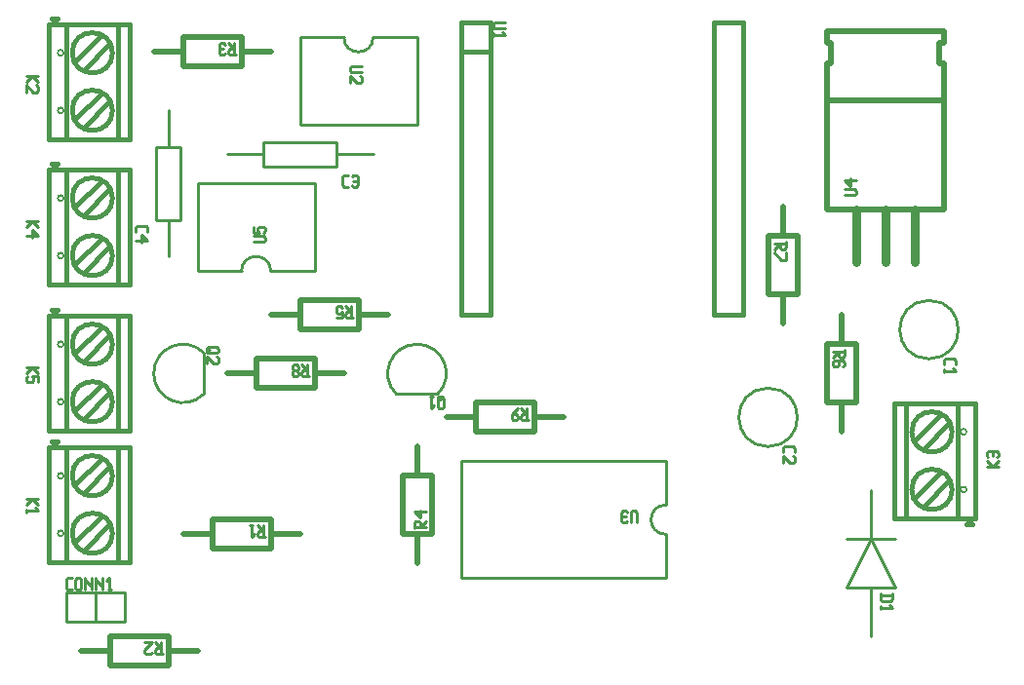
<source format=gbr>
G04 start of page 8 for group -4079 idx -4079 *
G04 Title: (unknown), topsilk *
G04 Creator: pcb 20091103 *
G04 CreationDate: Tue 03 Apr 2012 04:10:51 AM GMT UTC *
G04 For: ed *
G04 Format: Gerber/RS-274X *
G04 PCB-Dimensions: 600000 500000 *
G04 PCB-Coordinate-Origin: lower left *
%MOIN*%
%FSLAX25Y25*%
%LNFRONTSILK*%
%ADD11C,0.0200*%
%ADD25C,0.0300*%
%ADD26C,0.0150*%
%ADD36C,0.0100*%
%ADD37C,0.0050*%
G54D11*X140000Y324685D02*Y304685D01*
Y324685D02*X150000D01*
Y304685D01*
X140000D02*X150000D01*
X145000D02*Y294685D01*
Y334685D02*Y324685D01*
G54D26*X19252Y295157D02*Y334527D01*
X46811D02*Y295157D01*
X25157Y334527D02*Y295157D01*
X19252Y334527D02*X46811D01*
X19252Y295157D02*X46811D01*
X42874Y334527D02*Y295157D01*
X36968Y330590D02*X28110Y321732D01*
X39921Y327638D02*Y327637D01*
X31063Y318779D01*
X36968Y310905D02*X28110Y302047D01*
X39921Y307953D02*Y307952D01*
X31063Y299094D01*
X21220Y335512D02*X20236Y336496D01*
X22204D01*
X21220Y335512D01*
G54D37*X22205Y324685D02*G75*G03X22205Y324685I984J0D01*G01*
Y305000D02*G75*G03X22205Y305000I984J0D01*G01*
G54D26*X27125Y324685D02*G75*G03X27125Y324685I6890J0D01*G01*
Y305000D02*G75*G03X27125Y305000I6890J0D01*G01*
G54D36*X230000Y304685D02*Y289685D01*
Y329685D02*Y314685D01*
X160000Y289685D02*X230000D01*
X160000Y329685D02*Y289685D01*
Y329685D02*X230000D01*
Y314685D02*G75*G03X230000Y304685I0J-5000D01*G01*
G54D11*X75000Y299685D02*X95000D01*
X75000Y309685D02*Y299685D01*
Y309685D02*X95000D01*
Y299685D01*
Y304685D02*X105000D01*
X65000D02*X75000D01*
G54D26*X335748Y349528D02*Y310158D01*
X308189Y349528D02*Y310158D01*
X329843Y349528D02*Y310158D01*
X308189D02*X335748D01*
X308189Y349528D02*X335748D01*
X312126D02*Y310158D01*
X318032Y314095D02*X326890Y322953D01*
X315079Y317048D02*Y317047D01*
Y317048D02*X323937Y325906D01*
X318032Y333780D02*X326890Y342638D01*
X315079Y336733D02*Y336732D01*
Y336733D02*X323937Y345591D01*
X333780Y309173D02*X334764Y308189D01*
X332796D02*X334764D01*
X332796D02*X333780Y309173D01*
G54D37*X332795Y320000D02*G75*G03X332795Y320000I-984J0D01*G01*
Y339685D02*G75*G03X332795Y339685I-984J0D01*G01*
G54D26*X327875Y320000D02*G75*G03X327875Y320000I-6890J0D01*G01*
Y339685D02*G75*G03X327875Y339685I-6890J0D01*G01*
G54D36*X300000Y319685D02*Y303085D01*
Y286285D02*Y269685D01*
Y303085D02*X308300Y286285D01*
X291700D02*X308300D01*
X291700D02*X300000Y303085D01*
X291700D02*X308300D01*
G54D11*X40000Y259685D02*X60000D01*
X40000Y269685D02*Y259685D01*
Y269685D02*X60000D01*
Y259685D01*
Y264685D02*X70000D01*
X30000D02*X40000D01*
G54D26*X246600Y479685D02*Y379685D01*
X256600D01*
Y479685D01*
X246600D01*
X256600Y469685D02*Y479685D01*
X160000D02*Y379685D01*
X170000D01*
Y479685D01*
X160000D01*
Y469685D02*X170000D01*
Y479685D01*
G54D11*X275000Y406685D02*Y386685D01*
X265000D02*X275000D01*
X265000Y406685D02*Y386685D01*
Y406685D02*X275000D01*
X270000Y416685D02*Y406685D01*
Y386685D02*Y376685D01*
G54D25*X295000Y397685D02*Y415685D01*
X305000Y397685D02*Y415685D01*
X315000Y397685D02*Y415685D01*
G54D11*X285000D02*X325000D01*
Y453185D01*
X285000D01*
Y415685D01*
Y453185D02*X325000D01*
Y465685D01*
X323500D01*
Y472685D01*
X325000D01*
Y476685D01*
X285000D01*
Y472685D01*
X286500D01*
Y465685D01*
X285000D01*
Y453185D01*
G54D36*X320000Y384685D02*G75*G03X320000Y384685I0J-10000D01*G01*
G54D11*X105000Y374685D02*X125000D01*
X105000Y384685D02*Y374685D01*
Y384685D02*X125000D01*
Y374685D01*
Y379685D02*X135000D01*
X95000D02*X105000D01*
G54D36*X265000Y354685D02*G75*G03X265000Y354685I0J-10000D01*G01*
X138000Y352685D02*X152000D01*
X152071Y352614D02*G75*G03X137928Y352613I-7071J7071D01*G01*
G54D11*X295000Y369685D02*Y349685D01*
X285000D02*X295000D01*
X285000Y369685D02*Y349685D01*
Y369685D02*X295000D01*
X290000Y379685D02*Y369685D01*
Y349685D02*Y339685D01*
X90000Y354685D02*X110000D01*
X90000Y364685D02*Y354685D01*
Y364685D02*X110000D01*
Y354685D01*
Y359685D02*X120000D01*
X80000D02*X90000D01*
X165000Y339685D02*X185000D01*
X165000Y349685D02*Y339685D01*
Y349685D02*X185000D01*
Y339685D01*
Y344685D02*X195000D01*
X155000D02*X165000D01*
G54D36*X72000Y366685D02*Y352685D01*
X72071Y366757D02*G75*G03X72071Y352613I-7071J-7071D01*G01*
X60000Y449685D02*Y437185D01*
Y412185D02*Y399685D01*
X64100Y437185D02*Y412185D01*
X55900D02*X64100D01*
X55900Y437185D02*Y412185D01*
Y437185D02*X64100D01*
X70000Y394685D02*X85000D01*
X95000D02*X110000D01*
X70000Y424685D02*Y394685D01*
Y424685D02*X110000D01*
Y394685D01*
X95000D02*G75*G03X85000Y394685I-5000J0D01*G01*
G54D26*X19252Y340157D02*Y379527D01*
X46811D02*Y340157D01*
X25157Y379527D02*Y340157D01*
X19252Y379527D02*X46811D01*
X19252Y340157D02*X46811D01*
X42874Y379527D02*Y340157D01*
X36968Y375590D02*X28110Y366732D01*
X39921Y372638D02*Y372637D01*
X31063Y363779D01*
X36968Y355905D02*X28110Y347047D01*
X39921Y352953D02*Y352952D01*
X31063Y344094D01*
X21220Y380512D02*X20236Y381496D01*
X22204D01*
X21220Y380512D01*
G54D37*X22205Y369685D02*G75*G03X22205Y369685I984J0D01*G01*
Y350000D02*G75*G03X22205Y350000I984J0D01*G01*
G54D26*X27125Y369685D02*G75*G03X27125Y369685I6890J0D01*G01*
Y350000D02*G75*G03X27125Y350000I6890J0D01*G01*
X19252Y439842D02*Y479212D01*
X46811D02*Y439842D01*
X25157Y479212D02*Y439842D01*
X19252Y479212D02*X46811D01*
X19252Y439842D02*X46811D01*
X42874Y479212D02*Y439842D01*
X36968Y475275D02*X28110Y466417D01*
X39921Y472323D02*Y472322D01*
X31063Y463464D01*
X36968Y455590D02*X28110Y446732D01*
X39921Y452638D02*Y452637D01*
X31063Y443779D01*
X21220Y480197D02*X20236Y481181D01*
X22204D01*
X21220Y480197D01*
G54D37*X22205Y469370D02*G75*G03X22205Y469370I984J0D01*G01*
Y449685D02*G75*G03X22205Y449685I984J0D01*G01*
G54D26*X27125Y469370D02*G75*G03X27125Y469370I6890J0D01*G01*
Y449685D02*G75*G03X27125Y449685I6890J0D01*G01*
G54D36*X130000Y474685D02*X145000D01*
X105000D02*X120000D01*
X145000Y444685D02*Y474685D01*
X105000Y444685D02*X145000D01*
X105000Y474685D02*Y444685D01*
X120000Y474685D02*G75*G03X130000Y474685I5000J0D01*G01*
X80000Y434685D02*X92500D01*
X117500D02*X130000D01*
X92500Y438785D02*X117500D01*
Y430585D01*
X92500D01*
Y438785D01*
G54D11*X65000Y464685D02*X85000D01*
X65000Y474685D02*Y464685D01*
Y474685D02*X85000D01*
Y464685D01*
Y469685D02*X95000D01*
X55000D02*X65000D01*
G54D26*X19252Y390157D02*Y429527D01*
X46811D02*Y390157D01*
X25157Y429527D02*Y390157D01*
X19252Y429527D02*X46811D01*
X19252Y390157D02*X46811D01*
X42874Y429527D02*Y390157D01*
X36968Y425590D02*X28110Y416732D01*
X39921Y422638D02*Y422637D01*
X31063Y413779D01*
X36968Y405905D02*X28110Y397047D01*
X39921Y402953D02*Y402952D01*
X31063Y394094D01*
X21220Y430512D02*X20236Y431496D01*
X22204D01*
X21220Y430512D01*
G54D37*X22205Y419685D02*G75*G03X22205Y419685I984J0D01*G01*
Y400000D02*G75*G03X22205Y400000I984J0D01*G01*
G54D26*X27125Y419685D02*G75*G03X27125Y419685I6890J0D01*G01*
Y400000D02*G75*G03X27125Y400000I6890J0D01*G01*
G54D36*X25000Y274685D02*X45000D01*
Y284685D02*Y274685D01*
X25000Y284685D02*X45000D01*
X25000D02*Y274685D01*
X35000Y284685D02*Y274685D01*
X25000Y284685D02*X35000D01*
X144000Y308685D02*Y306685D01*
Y308685D02*X144500Y309185D01*
X145500D01*
X146000Y308685D02*X145500Y309185D01*
X146000Y308685D02*Y307185D01*
X144000D02*X148000D01*
X146000D02*X148000Y309185D01*
X146000Y310386D02*X144000Y312386D01*
X146000Y312886D02*Y310386D01*
X144000Y312386D02*X148000D01*
X220000Y312185D02*Y308685D01*
Y312185D02*X219500Y312685D01*
X218500D02*X219500D01*
X218500D02*X218000Y312185D01*
Y308685D01*
X216799Y309185D02*X216299Y308685D01*
X215299D02*X216299D01*
X215299D02*X214799Y309185D01*
Y312185D02*Y309185D01*
X215299Y312685D02*X214799Y312185D01*
X215299Y312685D02*X216299D01*
X216799Y312185D02*X216299Y312685D01*
X214799Y310685D02*X216299D01*
X154000Y351185D02*Y348185D01*
X153500Y347685D01*
X152500D02*X153500D01*
X152500D02*X152000Y348185D01*
Y351185D02*Y348185D01*
X152500Y351685D02*X152000Y351185D01*
X152500Y351685D02*X153500D01*
X154000Y351185D02*X153500Y351685D01*
X153000Y350685D02*X152000Y351685D01*
X149299D02*X150299D01*
X149799D02*Y347685D01*
X150799Y348685D02*X149799Y347685D01*
X181000Y343685D02*X183000D01*
X181000D02*X180500Y344185D01*
Y345185D02*Y344185D01*
X181000Y345685D02*X180500Y345185D01*
X181000Y345685D02*X182500D01*
Y347685D02*Y343685D01*
Y345685D02*X180500Y347685D01*
X179299D02*X177299Y345685D01*
Y344185D01*
X177799Y343685D02*X177299Y344185D01*
X177799Y343685D02*X178799D01*
X179299Y344185D02*X178799Y343685D01*
X179299Y345185D02*Y344185D01*
Y345185D02*X178799Y345685D01*
X177299D02*X178799D01*
X121000Y378685D02*X123000D01*
X121000D02*X120500Y379185D01*
Y380185D02*Y379185D01*
X121000Y380685D02*X120500Y380185D01*
X121000Y380685D02*X122500D01*
Y382685D02*Y378685D01*
Y380685D02*X120500Y382685D01*
X117299Y378685D02*X119299D01*
Y380685D02*Y378685D01*
Y380685D02*X118799Y380185D01*
X117799D02*X118799D01*
X117799D02*X117299Y380685D01*
Y382185D02*Y380685D01*
X117799Y382685D02*X117299Y382185D01*
X117799Y382685D02*X118799D01*
X119299Y382185D02*X118799Y382685D01*
X122500Y464685D02*X126000D01*
X122500D02*X122000Y464185D01*
Y463185D01*
X122500Y462685D01*
X126000D01*
X125500Y461484D02*X126000Y460984D01*
Y459484D01*
X125500Y458984D01*
X124500D02*X125500D01*
X122000Y461484D02*X124500Y458984D01*
X122000Y461484D02*Y458984D01*
X120000Y423585D02*X121500D01*
X119500Y424085D02*X120000Y423585D01*
X119500Y427085D02*Y424085D01*
Y427085D02*X120000Y427585D01*
X121500D01*
X122701Y427085D02*X123201Y427585D01*
X124201D01*
X124701Y427085D01*
Y424085D01*
X124201Y423585D02*X124701Y424085D01*
X123201Y423585D02*X124201D01*
X122701Y424085D02*X123201Y423585D01*
Y425585D02*X124701D01*
X81000Y468685D02*X83000D01*
X81000D02*X80500Y469185D01*
Y470185D02*Y469185D01*
X81000Y470685D02*X80500Y470185D01*
X81000Y470685D02*X82500D01*
Y472685D02*Y468685D01*
Y470685D02*X80500Y472685D01*
X79299Y469185D02*X78799Y468685D01*
X77799D02*X78799D01*
X77799D02*X77299Y469185D01*
Y472185D02*Y469185D01*
X77799Y472685D02*X77299Y472185D01*
X77799Y472685D02*X78799D01*
X79299Y472185D02*X78799Y472685D01*
X77299Y470685D02*X78799D01*
X171500Y479685D02*X175000D01*
X171500D02*X171000Y479185D01*
Y478185D01*
X171500Y477685D01*
X175000D01*
X171000Y475984D02*Y474984D01*
Y475484D02*X175000D01*
X174000Y476484D02*X175000Y475484D01*
X270000Y334185D02*Y332685D01*
X270500Y334685D02*X270000Y334185D01*
X270500Y334685D02*X273500D01*
X274000Y334185D01*
Y332685D01*
X273500Y331484D02*X274000Y330984D01*
Y329484D01*
X273500Y328984D01*
X272500D02*X273500D01*
X270000Y331484D02*X272500Y328984D01*
X270000Y331484D02*Y328984D01*
X303300Y283785D02*X307300D01*
Y282285D02*X306800Y281785D01*
X303800D02*X306800D01*
X303300Y282285D02*X303800Y281785D01*
X303300Y284285D02*Y282285D01*
X307300Y284285D02*Y282285D01*
X303300Y280084D02*Y279084D01*
Y279584D02*X307300D01*
X306300Y280584D02*X307300Y279584D01*
X271000Y404685D02*Y402685D01*
X270500Y402185D01*
X269500D02*X270500D01*
X269000Y402685D02*X269500Y402185D01*
X269000Y404185D02*Y402685D01*
X267000Y404185D02*X271000D01*
X269000D02*X267000Y402185D01*
Y400984D02*X269500Y398484D01*
X271000D01*
Y400984D02*Y398484D01*
X339702Y327874D02*X343702D01*
X341702D02*X339702Y329874D01*
X341702Y327874D02*X343702Y329874D01*
X340202Y331075D02*X339702Y331575D01*
Y332575D02*Y331575D01*
Y332575D02*X340202Y333075D01*
X343202D01*
X343702Y332575D02*X343202Y333075D01*
X343702Y332575D02*Y331575D01*
X343202Y331075D02*X343702Y331575D01*
X341702Y333075D02*Y331575D01*
X325000Y364185D02*Y362685D01*
X325500Y364685D02*X325000Y364185D01*
X325500Y364685D02*X328500D01*
X329000Y364185D01*
Y362685D01*
X325000Y360984D02*Y359984D01*
Y360484D02*X329000D01*
X328000Y361484D02*X329000Y360484D01*
X291000Y420685D02*X294500D01*
X295000Y421185D01*
Y422185D02*Y421185D01*
Y422185D02*X294500Y422685D01*
X291000D02*X294500D01*
X293000Y423886D02*X291000Y425886D01*
X293000Y426386D02*Y423886D01*
X291000Y425886D02*X295000D01*
X291000Y367685D02*Y365685D01*
X290500Y365185D01*
X289500D02*X290500D01*
X289000Y365685D02*X289500Y365185D01*
X289000Y367185D02*Y365685D01*
X287000Y367185D02*X291000D01*
X289000D02*X287000Y365185D01*
X291000Y362484D02*X290500Y361984D01*
X291000Y363484D02*Y362484D01*
X290500Y363984D02*X291000Y363484D01*
X287500Y363984D02*X290500D01*
X287500D02*X287000Y363484D01*
X289000Y362484D02*X288500Y361984D01*
X289000Y363984D02*Y362484D01*
X287000Y363484D02*Y362484D01*
X287500Y361984D01*
X288500D01*
X56000Y263685D02*X58000D01*
X56000D02*X55500Y264185D01*
Y265185D02*Y264185D01*
X56000Y265685D02*X55500Y265185D01*
X56000Y265685D02*X57500D01*
Y267685D02*Y263685D01*
Y265685D02*X55500Y267685D01*
X54299Y264185D02*X53799Y263685D01*
X52299D02*X53799D01*
X52299D02*X51799Y264185D01*
Y265185D02*Y264185D01*
X54299Y267685D02*X51799Y265185D01*
Y267685D02*X54299D01*
X25500Y285685D02*X27000D01*
X25000Y286185D02*X25500Y285685D01*
X25000Y289185D02*Y286185D01*
Y289185D02*X25500Y289685D01*
X27000D01*
X28201Y289185D02*Y286185D01*
Y289185D02*X28701Y289685D01*
X29701D01*
X30201Y289185D01*
Y286185D01*
X29701Y285685D02*X30201Y286185D01*
X28701Y285685D02*X29701D01*
X28201Y286185D02*X28701Y285685D01*
X31402Y289685D02*Y285685D01*
Y289685D02*Y289185D01*
X33902Y286685D01*
Y289685D02*Y285685D01*
X35103Y289685D02*Y285685D01*
Y289685D02*Y289185D01*
X37603Y286685D01*
Y289685D02*Y285685D01*
X39304D02*X40304D01*
X39804Y289685D02*Y285685D01*
X38804Y288685D02*X39804Y289685D01*
X11298Y316811D02*X15298D01*
X13298D02*X15298Y314811D01*
X13298Y316811D02*X11298Y314811D01*
Y313110D02*Y312110D01*
Y312610D02*X15298D01*
X14298Y313610D02*X15298Y312610D01*
X91000Y303685D02*X93000D01*
X91000D02*X90500Y304185D01*
Y305185D02*Y304185D01*
X91000Y305685D02*X90500Y305185D01*
X91000Y305685D02*X92500D01*
Y307685D02*Y303685D01*
Y305685D02*X90500Y307685D01*
X87799D02*X88799D01*
X88299D02*Y303685D01*
X89299Y304685D02*X88299Y303685D01*
X11298Y361811D02*X15298D01*
X13298D02*X15298Y359811D01*
X13298Y361811D02*X11298Y359811D01*
X15298Y358610D02*Y356610D01*
X13298Y358610D02*X15298D01*
X13298D02*X13798Y358110D01*
Y357110D01*
X13298Y356610D01*
X11798D02*X13298D01*
X11298Y357110D02*X11798Y356610D01*
X11298Y358110D02*Y357110D01*
X11798Y358610D02*X11298Y358110D01*
X106000Y358685D02*X108000D01*
X106000D02*X105500Y359185D01*
Y360185D02*Y359185D01*
X106000Y360685D02*X105500Y360185D01*
X106000Y360685D02*X107500D01*
Y362685D02*Y358685D01*
Y360685D02*X105500Y362685D01*
X104299Y362185D02*X103799Y362685D01*
X104299Y362185D02*Y361185D01*
X103799Y360685D01*
X102799D02*X103799D01*
X102799D02*X102299Y361185D01*
Y362185D02*Y361185D01*
X102799Y362685D02*X102299Y362185D01*
X102799Y362685D02*X103799D01*
X104299Y360185D02*X103799Y360685D01*
X104299Y360185D02*Y359185D01*
X103799Y358685D01*
X102799D02*X103799D01*
X102799D02*X102299Y359185D01*
Y360185D02*Y359185D01*
X102799Y360685D02*X102299Y360185D01*
X11298Y411811D02*X15298D01*
X13298D02*X15298Y409811D01*
X13298Y411811D02*X11298Y409811D01*
X13298Y408610D02*X15298Y406610D01*
X13298Y408610D02*Y406110D01*
X11298Y406610D02*X15298D01*
X73500Y368685D02*X76500D01*
X77000Y368185D01*
Y367185D01*
X76500Y366685D01*
X73500D02*X76500D01*
X73000Y367185D02*X73500Y366685D01*
X73000Y368185D02*Y367185D01*
X73500Y368685D02*X73000Y368185D01*
X74000Y367685D02*X73000Y366685D01*
X76500Y365484D02*X77000Y364984D01*
Y363484D01*
X76500Y362984D01*
X75500D02*X76500D01*
X73000Y365484D02*X75500Y362984D01*
X73000Y365484D02*Y362984D01*
X48900Y409685D02*Y408185D01*
X49400Y410185D02*X48900Y409685D01*
X49400Y410185D02*X52400D01*
X52900Y409685D01*
Y408185D01*
X50900Y406984D02*X52900Y404984D01*
X50900Y406984D02*Y404484D01*
X48900Y404984D02*X52900D01*
X89000Y404685D02*X92500D01*
X93000Y405185D01*
Y406185D02*Y405185D01*
Y406185D02*X92500Y406685D01*
X89000D02*X92500D01*
X89000Y409886D02*Y407886D01*
X91000D01*
X90500Y408386D01*
Y409386D02*Y408386D01*
Y409386D02*X91000Y409886D01*
X92500D01*
X93000Y409386D02*X92500Y409886D01*
X93000Y409386D02*Y408386D01*
X92500Y407886D02*X93000Y408386D01*
X11298Y461496D02*X15298D01*
X13298D02*X15298Y459496D01*
X13298Y461496D02*X11298Y459496D01*
X14798Y458295D02*X15298Y457795D01*
Y456295D01*
X14798Y455795D01*
X13798D02*X14798D01*
X11298Y458295D02*X13798Y455795D01*
X11298Y458295D02*Y455795D01*
M02*

</source>
